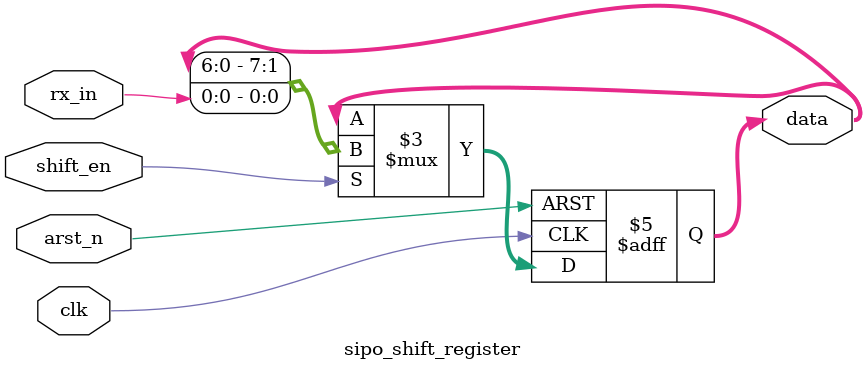
<source format=v>
module sipo_shift_register(
    input  wire        clk,
    input  wire        arst_n,
    input  wire        shift_en,
    input  wire        rx_in,
    output reg  [7:0]  data
);

    always @(posedge clk or negedge arst_n) begin
        if (!arst_n) begin
            data <= 8'b0;
        end
        else if (shift_en) begin
            data <= {data[6:0], rx_in};
        end
    end
endmodule

</source>
